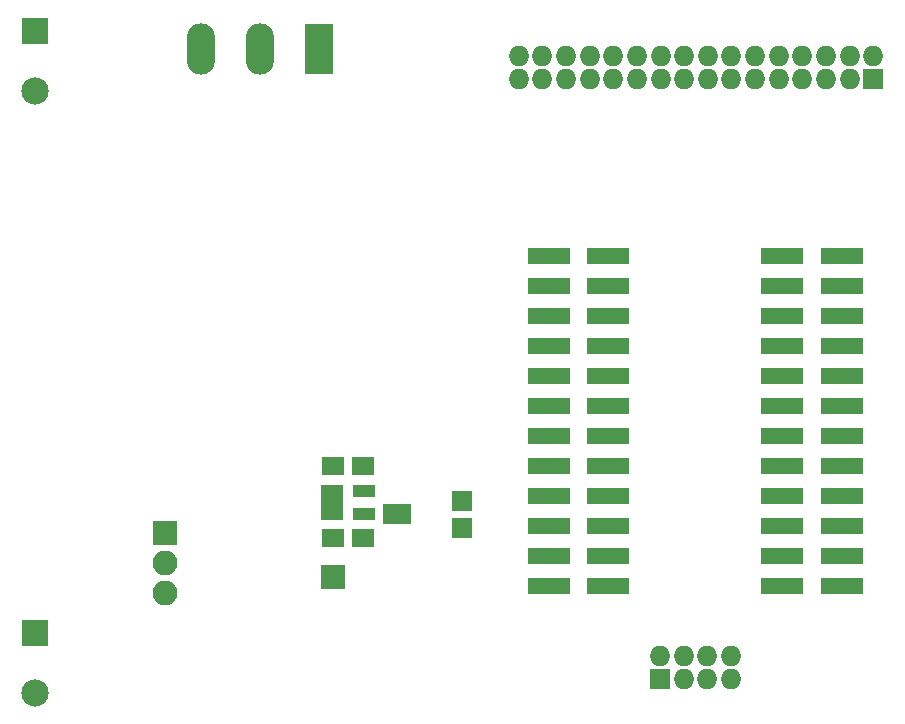
<source format=gts>
G04 #@! TF.FileFunction,Soldermask,Top*
%FSLAX46Y46*%
G04 Gerber Fmt 4.6, Leading zero omitted, Abs format (unit mm)*
G04 Created by KiCad (PCBNEW 4.0.6) date 01/22/18 19:18:38*
%MOMM*%
%LPD*%
G01*
G04 APERTURE LIST*
%ADD10C,0.100000*%
%ADD11R,1.900000X1.650000*%
%ADD12R,1.750000X1.750000*%
%ADD13O,1.750000X1.750000*%
%ADD14R,2.380000X4.360000*%
%ADD15O,2.380000X4.360000*%
%ADD16R,3.550000X1.400000*%
%ADD17R,2.305000X2.305000*%
%ADD18C,2.305000*%
%ADD19R,1.700000X1.700000*%
%ADD20R,2.400000X1.700000*%
%ADD21R,2.100000X2.100000*%
%ADD22R,1.960000X1.050000*%
%ADD23O,2.100000X2.100000*%
G04 APERTURE END LIST*
D10*
D11*
X191750000Y-138430000D03*
X189250000Y-138430000D03*
X191750000Y-132334000D03*
X189250000Y-132334000D03*
D12*
X234950000Y-99568000D03*
D13*
X234950000Y-97568000D03*
X232950000Y-99568000D03*
X232950000Y-97568000D03*
X230950000Y-99568000D03*
X230950000Y-97568000D03*
X228950000Y-99568000D03*
X228950000Y-97568000D03*
X226950000Y-99568000D03*
X226950000Y-97568000D03*
X224950000Y-99568000D03*
X224950000Y-97568000D03*
X222950000Y-99568000D03*
X222950000Y-97568000D03*
X220950000Y-99568000D03*
X220950000Y-97568000D03*
X218950000Y-99568000D03*
X218950000Y-97568000D03*
X216950000Y-99568000D03*
X216950000Y-97568000D03*
X214950000Y-99568000D03*
X214950000Y-97568000D03*
X212950000Y-99568000D03*
X212950000Y-97568000D03*
X210950000Y-99568000D03*
X210950000Y-97568000D03*
X208950000Y-99568000D03*
X208950000Y-97568000D03*
X206950000Y-99568000D03*
X206950000Y-97568000D03*
X204950000Y-99568000D03*
X204950000Y-97568000D03*
D12*
X216916000Y-150368000D03*
D13*
X216916000Y-148368000D03*
X218916000Y-150368000D03*
X218916000Y-148368000D03*
X220916000Y-150368000D03*
X220916000Y-148368000D03*
X222916000Y-150368000D03*
X222916000Y-148368000D03*
D14*
X188000000Y-97000000D03*
D15*
X183000000Y-97000000D03*
X178000000Y-97000000D03*
D16*
X212525000Y-142470000D03*
X207475000Y-142470000D03*
X212525000Y-139930000D03*
X207475000Y-139930000D03*
X212525000Y-137390000D03*
X207475000Y-137390000D03*
X212525000Y-134850000D03*
X207475000Y-134850000D03*
X212525000Y-132310000D03*
X207475000Y-132310000D03*
X212525000Y-129770000D03*
X207475000Y-129770000D03*
X212525000Y-127230000D03*
X207475000Y-127230000D03*
X212525000Y-124690000D03*
X207475000Y-124690000D03*
X212525000Y-122150000D03*
X207475000Y-122150000D03*
X212525000Y-119610000D03*
X207475000Y-119610000D03*
X212525000Y-117070000D03*
X207475000Y-117070000D03*
X212525000Y-114530000D03*
X207475000Y-114530000D03*
X232275000Y-142470000D03*
X227225000Y-142470000D03*
X232275000Y-139930000D03*
X227225000Y-139930000D03*
X232275000Y-137390000D03*
X227225000Y-137390000D03*
X232275000Y-134850000D03*
X227225000Y-134850000D03*
X232275000Y-132310000D03*
X227225000Y-132310000D03*
X232275000Y-129770000D03*
X227225000Y-129770000D03*
X232275000Y-127230000D03*
X227225000Y-127230000D03*
X232275000Y-124690000D03*
X227225000Y-124690000D03*
X232275000Y-122150000D03*
X227225000Y-122150000D03*
X232275000Y-119610000D03*
X227225000Y-119610000D03*
X232275000Y-117070000D03*
X227225000Y-117070000D03*
X232275000Y-114530000D03*
X227225000Y-114530000D03*
D17*
X164000000Y-95460000D03*
D18*
X164000000Y-100540000D03*
D17*
X164000000Y-146460000D03*
D18*
X164000000Y-151540000D03*
D19*
X200108000Y-135248000D03*
D20*
X194608000Y-136398000D03*
D19*
X200108000Y-137548000D03*
D21*
X189230000Y-141732000D03*
D22*
X189150000Y-134432000D03*
X189150000Y-135382000D03*
X189150000Y-136332000D03*
X191850000Y-136332000D03*
X191850000Y-134432000D03*
D21*
X175000000Y-138000000D03*
D23*
X175000000Y-140540000D03*
X175000000Y-143080000D03*
M02*

</source>
